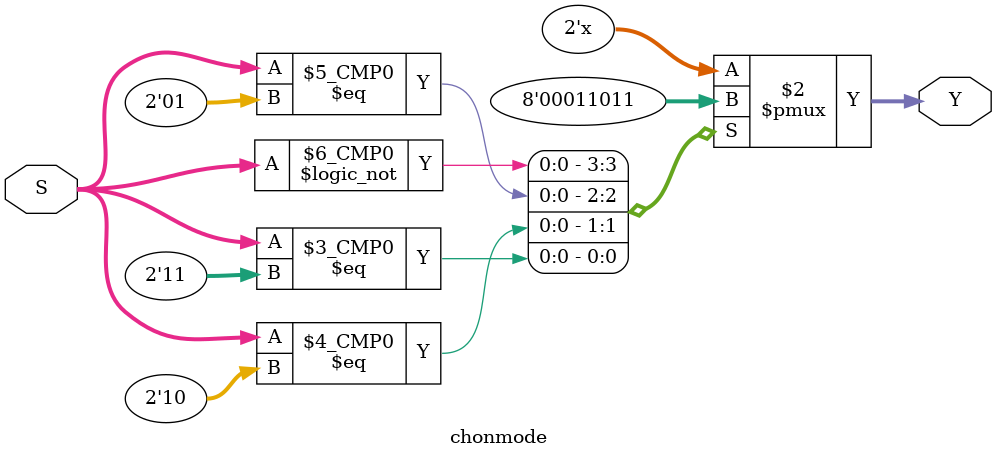
<source format=v>
`timescale 1ns / 1ps
module chonmode(
input wire [1:0] S,
output reg [1:0] Y);
always @(S)
case (S)
0: Y = 0;
1: Y = 1;
2: Y = 2;
3: Y = 3;
endcase
endmodule

</source>
